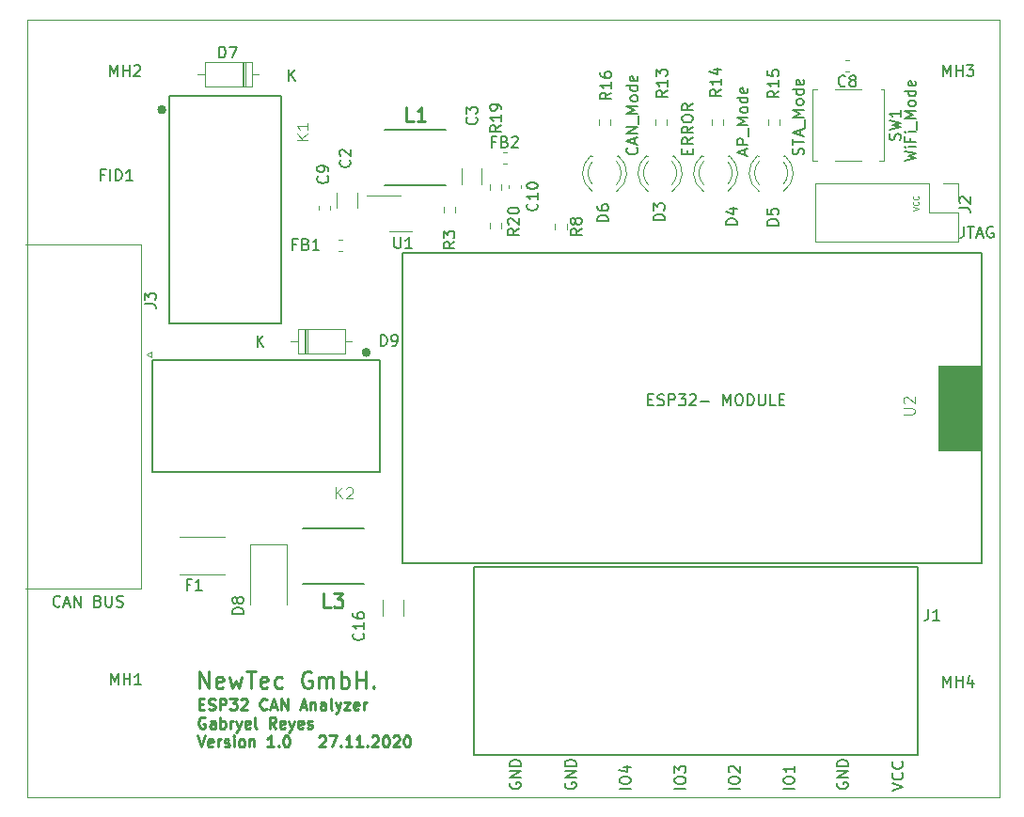
<source format=gbr>
%TF.GenerationSoftware,KiCad,Pcbnew,(5.1.6)-1*%
%TF.CreationDate,2020-12-01T15:16:14+01:00*%
%TF.ProjectId,Board,426f6172-642e-46b6-9963-61645f706362,rev?*%
%TF.SameCoordinates,PX253b400PY7a67730*%
%TF.FileFunction,Legend,Top*%
%TF.FilePolarity,Positive*%
%FSLAX46Y46*%
G04 Gerber Fmt 4.6, Leading zero omitted, Abs format (unit mm)*
G04 Created by KiCad (PCBNEW (5.1.6)-1) date 2020-12-01 15:16:14*
%MOMM*%
%LPD*%
G01*
G04 APERTURE LIST*
%ADD10C,0.150000*%
%ADD11C,0.100000*%
%ADD12C,0.250000*%
%TA.AperFunction,Profile*%
%ADD13C,0.050000*%
%TD*%
%ADD14C,0.120000*%
%ADD15C,0.127000*%
%ADD16C,0.152400*%
%ADD17C,0.400000*%
%ADD18C,0.200000*%
%ADD19C,0.015000*%
%ADD20C,0.254000*%
G04 APERTURE END LIST*
D10*
X2936190Y17232858D02*
X2888571Y17185239D01*
X2745714Y17137620D01*
X2650476Y17137620D01*
X2507619Y17185239D01*
X2412380Y17280477D01*
X2364761Y17375715D01*
X2317142Y17566191D01*
X2317142Y17709048D01*
X2364761Y17899524D01*
X2412380Y17994762D01*
X2507619Y18090000D01*
X2650476Y18137620D01*
X2745714Y18137620D01*
X2888571Y18090000D01*
X2936190Y18042381D01*
X3317142Y17423334D02*
X3793333Y17423334D01*
X3221904Y17137620D02*
X3555238Y18137620D01*
X3888571Y17137620D01*
X4221904Y17137620D02*
X4221904Y18137620D01*
X4793333Y17137620D01*
X4793333Y18137620D01*
X6364761Y17661429D02*
X6507619Y17613810D01*
X6555238Y17566191D01*
X6602857Y17470953D01*
X6602857Y17328096D01*
X6555238Y17232858D01*
X6507619Y17185239D01*
X6412380Y17137620D01*
X6031428Y17137620D01*
X6031428Y18137620D01*
X6364761Y18137620D01*
X6460000Y18090000D01*
X6507619Y18042381D01*
X6555238Y17947143D01*
X6555238Y17851905D01*
X6507619Y17756667D01*
X6460000Y17709048D01*
X6364761Y17661429D01*
X6031428Y17661429D01*
X7031428Y18137620D02*
X7031428Y17328096D01*
X7079047Y17232858D01*
X7126666Y17185239D01*
X7221904Y17137620D01*
X7412380Y17137620D01*
X7507619Y17185239D01*
X7555238Y17232858D01*
X7602857Y17328096D01*
X7602857Y18137620D01*
X8031428Y17185239D02*
X8174285Y17137620D01*
X8412380Y17137620D01*
X8507619Y17185239D01*
X8555238Y17232858D01*
X8602857Y17328096D01*
X8602857Y17423334D01*
X8555238Y17518572D01*
X8507619Y17566191D01*
X8412380Y17613810D01*
X8221904Y17661429D01*
X8126666Y17709048D01*
X8079047Y17756667D01*
X8031428Y17851905D01*
X8031428Y17947143D01*
X8079047Y18042381D01*
X8126666Y18090000D01*
X8221904Y18137620D01*
X8460000Y18137620D01*
X8602857Y18090000D01*
X78992380Y57340953D02*
X79992380Y57579048D01*
X79278095Y57769524D01*
X79992380Y57960000D01*
X78992380Y58198096D01*
X79992380Y58579048D02*
X79325714Y58579048D01*
X78992380Y58579048D02*
X79040000Y58531429D01*
X79087619Y58579048D01*
X79040000Y58626667D01*
X78992380Y58579048D01*
X79087619Y58579048D01*
X79468571Y59388572D02*
X79468571Y59055239D01*
X79992380Y59055239D02*
X78992380Y59055239D01*
X78992380Y59531429D01*
X79992380Y59912381D02*
X79325714Y59912381D01*
X78992380Y59912381D02*
X79040000Y59864762D01*
X79087619Y59912381D01*
X79040000Y59960000D01*
X78992380Y59912381D01*
X79087619Y59912381D01*
X80087619Y60150477D02*
X80087619Y60912381D01*
X79992380Y61150477D02*
X78992380Y61150477D01*
X79706666Y61483810D01*
X78992380Y61817143D01*
X79992380Y61817143D01*
X79992380Y62436191D02*
X79944761Y62340953D01*
X79897142Y62293334D01*
X79801904Y62245715D01*
X79516190Y62245715D01*
X79420952Y62293334D01*
X79373333Y62340953D01*
X79325714Y62436191D01*
X79325714Y62579048D01*
X79373333Y62674286D01*
X79420952Y62721905D01*
X79516190Y62769524D01*
X79801904Y62769524D01*
X79897142Y62721905D01*
X79944761Y62674286D01*
X79992380Y62579048D01*
X79992380Y62436191D01*
X79992380Y63626667D02*
X78992380Y63626667D01*
X79944761Y63626667D02*
X79992380Y63531429D01*
X79992380Y63340953D01*
X79944761Y63245715D01*
X79897142Y63198096D01*
X79801904Y63150477D01*
X79516190Y63150477D01*
X79420952Y63198096D01*
X79373333Y63245715D01*
X79325714Y63340953D01*
X79325714Y63531429D01*
X79373333Y63626667D01*
X79944761Y64483810D02*
X79992380Y64388572D01*
X79992380Y64198096D01*
X79944761Y64102858D01*
X79849523Y64055239D01*
X79468571Y64055239D01*
X79373333Y64102858D01*
X79325714Y64198096D01*
X79325714Y64388572D01*
X79373333Y64483810D01*
X79468571Y64531429D01*
X79563809Y64531429D01*
X79659047Y64055239D01*
X43480000Y1293334D02*
X43432380Y1198096D01*
X43432380Y1055238D01*
X43480000Y912381D01*
X43575238Y817143D01*
X43670476Y769524D01*
X43860952Y721905D01*
X44003809Y721905D01*
X44194285Y769524D01*
X44289523Y817143D01*
X44384761Y912381D01*
X44432380Y1055238D01*
X44432380Y1150477D01*
X44384761Y1293334D01*
X44337142Y1340953D01*
X44003809Y1340953D01*
X44003809Y1150477D01*
X44432380Y1769524D02*
X43432380Y1769524D01*
X44432380Y2340953D01*
X43432380Y2340953D01*
X44432380Y2817143D02*
X43432380Y2817143D01*
X43432380Y3055238D01*
X43480000Y3198096D01*
X43575238Y3293334D01*
X43670476Y3340953D01*
X43860952Y3388572D01*
X44003809Y3388572D01*
X44194285Y3340953D01*
X44289523Y3293334D01*
X44384761Y3198096D01*
X44432380Y3055238D01*
X44432380Y2817143D01*
X48440000Y1293334D02*
X48392380Y1198096D01*
X48392380Y1055238D01*
X48440000Y912381D01*
X48535238Y817143D01*
X48630476Y769524D01*
X48820952Y721905D01*
X48963809Y721905D01*
X49154285Y769524D01*
X49249523Y817143D01*
X49344761Y912381D01*
X49392380Y1055238D01*
X49392380Y1150477D01*
X49344761Y1293334D01*
X49297142Y1340953D01*
X48963809Y1340953D01*
X48963809Y1150477D01*
X49392380Y1769524D02*
X48392380Y1769524D01*
X49392380Y2340953D01*
X48392380Y2340953D01*
X49392380Y2817143D02*
X48392380Y2817143D01*
X48392380Y3055238D01*
X48440000Y3198096D01*
X48535238Y3293334D01*
X48630476Y3340953D01*
X48820952Y3388572D01*
X48963809Y3388572D01*
X49154285Y3340953D01*
X49249523Y3293334D01*
X49344761Y3198096D01*
X49392380Y3055238D01*
X49392380Y2817143D01*
X54312380Y769524D02*
X53312380Y769524D01*
X53312380Y1436191D02*
X53312380Y1626667D01*
X53360000Y1721905D01*
X53455238Y1817144D01*
X53645714Y1864763D01*
X53979047Y1864763D01*
X54169523Y1817144D01*
X54264761Y1721905D01*
X54312380Y1626667D01*
X54312380Y1436191D01*
X54264761Y1340953D01*
X54169523Y1245715D01*
X53979047Y1198096D01*
X53645714Y1198096D01*
X53455238Y1245715D01*
X53360000Y1340953D01*
X53312380Y1436191D01*
X53645714Y2721905D02*
X54312380Y2721905D01*
X53264761Y2483810D02*
X53979047Y2245715D01*
X53979047Y2864763D01*
X59272380Y769524D02*
X58272380Y769524D01*
X58272380Y1436191D02*
X58272380Y1626667D01*
X58320000Y1721905D01*
X58415238Y1817144D01*
X58605714Y1864763D01*
X58939047Y1864763D01*
X59129523Y1817144D01*
X59224761Y1721905D01*
X59272380Y1626667D01*
X59272380Y1436191D01*
X59224761Y1340953D01*
X59129523Y1245715D01*
X58939047Y1198096D01*
X58605714Y1198096D01*
X58415238Y1245715D01*
X58320000Y1340953D01*
X58272380Y1436191D01*
X58272380Y2198096D02*
X58272380Y2817144D01*
X58653333Y2483810D01*
X58653333Y2626667D01*
X58700952Y2721905D01*
X58748571Y2769524D01*
X58843809Y2817144D01*
X59081904Y2817144D01*
X59177142Y2769524D01*
X59224761Y2721905D01*
X59272380Y2626667D01*
X59272380Y2340953D01*
X59224761Y2245715D01*
X59177142Y2198096D01*
X64132380Y769524D02*
X63132380Y769524D01*
X63132380Y1436191D02*
X63132380Y1626667D01*
X63180000Y1721905D01*
X63275238Y1817144D01*
X63465714Y1864763D01*
X63799047Y1864763D01*
X63989523Y1817144D01*
X64084761Y1721905D01*
X64132380Y1626667D01*
X64132380Y1436191D01*
X64084761Y1340953D01*
X63989523Y1245715D01*
X63799047Y1198096D01*
X63465714Y1198096D01*
X63275238Y1245715D01*
X63180000Y1340953D01*
X63132380Y1436191D01*
X63227619Y2245715D02*
X63180000Y2293334D01*
X63132380Y2388572D01*
X63132380Y2626667D01*
X63180000Y2721905D01*
X63227619Y2769524D01*
X63322857Y2817144D01*
X63418095Y2817144D01*
X63560952Y2769524D01*
X64132380Y2198096D01*
X64132380Y2817144D01*
X69052380Y769524D02*
X68052380Y769524D01*
X68052380Y1436191D02*
X68052380Y1626667D01*
X68100000Y1721905D01*
X68195238Y1817144D01*
X68385714Y1864763D01*
X68719047Y1864763D01*
X68909523Y1817144D01*
X69004761Y1721905D01*
X69052380Y1626667D01*
X69052380Y1436191D01*
X69004761Y1340953D01*
X68909523Y1245715D01*
X68719047Y1198096D01*
X68385714Y1198096D01*
X68195238Y1245715D01*
X68100000Y1340953D01*
X68052380Y1436191D01*
X69052380Y2817144D02*
X69052380Y2245715D01*
X69052380Y2531429D02*
X68052380Y2531429D01*
X68195238Y2436191D01*
X68290476Y2340953D01*
X68338095Y2245715D01*
X72920000Y1293334D02*
X72872380Y1198096D01*
X72872380Y1055238D01*
X72920000Y912381D01*
X73015238Y817143D01*
X73110476Y769524D01*
X73300952Y721905D01*
X73443809Y721905D01*
X73634285Y769524D01*
X73729523Y817143D01*
X73824761Y912381D01*
X73872380Y1055238D01*
X73872380Y1150477D01*
X73824761Y1293334D01*
X73777142Y1340953D01*
X73443809Y1340953D01*
X73443809Y1150477D01*
X73872380Y1769524D02*
X72872380Y1769524D01*
X73872380Y2340953D01*
X72872380Y2340953D01*
X73872380Y2817143D02*
X72872380Y2817143D01*
X72872380Y3055238D01*
X72920000Y3198096D01*
X73015238Y3293334D01*
X73110476Y3340953D01*
X73300952Y3388572D01*
X73443809Y3388572D01*
X73634285Y3340953D01*
X73729523Y3293334D01*
X73824761Y3198096D01*
X73872380Y3055238D01*
X73872380Y2817143D01*
X77832380Y626667D02*
X78832380Y960000D01*
X77832380Y1293334D01*
X78737142Y2198096D02*
X78784761Y2150477D01*
X78832380Y2007620D01*
X78832380Y1912381D01*
X78784761Y1769524D01*
X78689523Y1674286D01*
X78594285Y1626667D01*
X78403809Y1579048D01*
X78260952Y1579048D01*
X78070476Y1626667D01*
X77975238Y1674286D01*
X77880000Y1769524D01*
X77832380Y1912381D01*
X77832380Y2007620D01*
X77880000Y2150477D01*
X77927619Y2198096D01*
X78737142Y3198096D02*
X78784761Y3150477D01*
X78832380Y3007620D01*
X78832380Y2912381D01*
X78784761Y2769524D01*
X78689523Y2674286D01*
X78594285Y2626667D01*
X78403809Y2579048D01*
X78260952Y2579048D01*
X78070476Y2626667D01*
X77975238Y2674286D01*
X77880000Y2769524D01*
X77832380Y2912381D01*
X77832380Y3007620D01*
X77880000Y3150477D01*
X77927619Y3198096D01*
X69844761Y57874286D02*
X69892380Y58017143D01*
X69892380Y58255238D01*
X69844761Y58350477D01*
X69797142Y58398096D01*
X69701904Y58445715D01*
X69606666Y58445715D01*
X69511428Y58398096D01*
X69463809Y58350477D01*
X69416190Y58255238D01*
X69368571Y58064762D01*
X69320952Y57969524D01*
X69273333Y57921905D01*
X69178095Y57874286D01*
X69082857Y57874286D01*
X68987619Y57921905D01*
X68940000Y57969524D01*
X68892380Y58064762D01*
X68892380Y58302858D01*
X68940000Y58445715D01*
X68892380Y58731429D02*
X68892380Y59302858D01*
X69892380Y59017143D02*
X68892380Y59017143D01*
X69606666Y59588572D02*
X69606666Y60064762D01*
X69892380Y59493334D02*
X68892380Y59826667D01*
X69892380Y60160000D01*
X69987619Y60255238D02*
X69987619Y61017143D01*
X69892380Y61255238D02*
X68892380Y61255238D01*
X69606666Y61588572D01*
X68892380Y61921905D01*
X69892380Y61921905D01*
X69892380Y62540953D02*
X69844761Y62445715D01*
X69797142Y62398096D01*
X69701904Y62350477D01*
X69416190Y62350477D01*
X69320952Y62398096D01*
X69273333Y62445715D01*
X69225714Y62540953D01*
X69225714Y62683810D01*
X69273333Y62779048D01*
X69320952Y62826667D01*
X69416190Y62874286D01*
X69701904Y62874286D01*
X69797142Y62826667D01*
X69844761Y62779048D01*
X69892380Y62683810D01*
X69892380Y62540953D01*
X69892380Y63731429D02*
X68892380Y63731429D01*
X69844761Y63731429D02*
X69892380Y63636191D01*
X69892380Y63445715D01*
X69844761Y63350477D01*
X69797142Y63302858D01*
X69701904Y63255238D01*
X69416190Y63255238D01*
X69320952Y63302858D01*
X69273333Y63350477D01*
X69225714Y63445715D01*
X69225714Y63636191D01*
X69273333Y63731429D01*
X69844761Y64588572D02*
X69892380Y64493334D01*
X69892380Y64302858D01*
X69844761Y64207619D01*
X69749523Y64160000D01*
X69368571Y64160000D01*
X69273333Y64207619D01*
X69225714Y64302858D01*
X69225714Y64493334D01*
X69273333Y64588572D01*
X69368571Y64636191D01*
X69463809Y64636191D01*
X69559047Y64160000D01*
X64576666Y57874286D02*
X64576666Y58350476D01*
X64862380Y57779048D02*
X63862380Y58112381D01*
X64862380Y58445715D01*
X64862380Y58779048D02*
X63862380Y58779048D01*
X63862380Y59160000D01*
X63910000Y59255238D01*
X63957619Y59302857D01*
X64052857Y59350476D01*
X64195714Y59350476D01*
X64290952Y59302857D01*
X64338571Y59255238D01*
X64386190Y59160000D01*
X64386190Y58779048D01*
X64957619Y59540953D02*
X64957619Y60302857D01*
X64862380Y60540953D02*
X63862380Y60540953D01*
X64576666Y60874286D01*
X63862380Y61207619D01*
X64862380Y61207619D01*
X64862380Y61826667D02*
X64814761Y61731429D01*
X64767142Y61683810D01*
X64671904Y61636191D01*
X64386190Y61636191D01*
X64290952Y61683810D01*
X64243333Y61731429D01*
X64195714Y61826667D01*
X64195714Y61969524D01*
X64243333Y62064762D01*
X64290952Y62112381D01*
X64386190Y62160000D01*
X64671904Y62160000D01*
X64767142Y62112381D01*
X64814761Y62064762D01*
X64862380Y61969524D01*
X64862380Y61826667D01*
X64862380Y63017143D02*
X63862380Y63017143D01*
X64814761Y63017143D02*
X64862380Y62921905D01*
X64862380Y62731429D01*
X64814761Y62636191D01*
X64767142Y62588572D01*
X64671904Y62540953D01*
X64386190Y62540953D01*
X64290952Y62588572D01*
X64243333Y62636191D01*
X64195714Y62731429D01*
X64195714Y62921905D01*
X64243333Y63017143D01*
X64814761Y63874286D02*
X64862380Y63779048D01*
X64862380Y63588572D01*
X64814761Y63493334D01*
X64719523Y63445715D01*
X64338571Y63445715D01*
X64243333Y63493334D01*
X64195714Y63588572D01*
X64195714Y63779048D01*
X64243333Y63874286D01*
X64338571Y63921905D01*
X64433809Y63921905D01*
X64529047Y63445715D01*
X59398571Y57921905D02*
X59398571Y58255239D01*
X59922380Y58398096D02*
X59922380Y57921905D01*
X58922380Y57921905D01*
X58922380Y58398096D01*
X59922380Y59398096D02*
X59446190Y59064762D01*
X59922380Y58826667D02*
X58922380Y58826667D01*
X58922380Y59207620D01*
X58970000Y59302858D01*
X59017619Y59350477D01*
X59112857Y59398096D01*
X59255714Y59398096D01*
X59350952Y59350477D01*
X59398571Y59302858D01*
X59446190Y59207620D01*
X59446190Y58826667D01*
X59922380Y60398096D02*
X59446190Y60064762D01*
X59922380Y59826667D02*
X58922380Y59826667D01*
X58922380Y60207620D01*
X58970000Y60302858D01*
X59017619Y60350477D01*
X59112857Y60398096D01*
X59255714Y60398096D01*
X59350952Y60350477D01*
X59398571Y60302858D01*
X59446190Y60207620D01*
X59446190Y59826667D01*
X58922380Y61017143D02*
X58922380Y61207620D01*
X58970000Y61302858D01*
X59065238Y61398096D01*
X59255714Y61445715D01*
X59589047Y61445715D01*
X59779523Y61398096D01*
X59874761Y61302858D01*
X59922380Y61207620D01*
X59922380Y61017143D01*
X59874761Y60921905D01*
X59779523Y60826667D01*
X59589047Y60779048D01*
X59255714Y60779048D01*
X59065238Y60826667D01*
X58970000Y60921905D01*
X58922380Y61017143D01*
X59922380Y62445715D02*
X59446190Y62112381D01*
X59922380Y61874286D02*
X58922380Y61874286D01*
X58922380Y62255239D01*
X58970000Y62350477D01*
X59017619Y62398096D01*
X59112857Y62445715D01*
X59255714Y62445715D01*
X59350952Y62398096D01*
X59398571Y62350477D01*
X59446190Y62255239D01*
X59446190Y61874286D01*
X54857142Y58493334D02*
X54904761Y58445715D01*
X54952380Y58302858D01*
X54952380Y58207620D01*
X54904761Y58064763D01*
X54809523Y57969525D01*
X54714285Y57921905D01*
X54523809Y57874286D01*
X54380952Y57874286D01*
X54190476Y57921905D01*
X54095238Y57969525D01*
X54000000Y58064763D01*
X53952380Y58207620D01*
X53952380Y58302858D01*
X54000000Y58445715D01*
X54047619Y58493334D01*
X54666666Y58874286D02*
X54666666Y59350477D01*
X54952380Y58779048D02*
X53952380Y59112382D01*
X54952380Y59445715D01*
X54952380Y59779048D02*
X53952380Y59779048D01*
X54952380Y60350477D01*
X53952380Y60350477D01*
X55047619Y60588572D02*
X55047619Y61350477D01*
X54952380Y61588572D02*
X53952380Y61588572D01*
X54666666Y61921905D01*
X53952380Y62255239D01*
X54952380Y62255239D01*
X54952380Y62874286D02*
X54904761Y62779048D01*
X54857142Y62731429D01*
X54761904Y62683810D01*
X54476190Y62683810D01*
X54380952Y62731429D01*
X54333333Y62779048D01*
X54285714Y62874286D01*
X54285714Y63017144D01*
X54333333Y63112382D01*
X54380952Y63160001D01*
X54476190Y63207620D01*
X54761904Y63207620D01*
X54857142Y63160001D01*
X54904761Y63112382D01*
X54952380Y63017144D01*
X54952380Y62874286D01*
X54952380Y64064763D02*
X53952380Y64064763D01*
X54904761Y64064763D02*
X54952380Y63969525D01*
X54952380Y63779048D01*
X54904761Y63683810D01*
X54857142Y63636191D01*
X54761904Y63588572D01*
X54476190Y63588572D01*
X54380952Y63636191D01*
X54333333Y63683810D01*
X54285714Y63779048D01*
X54285714Y63969525D01*
X54333333Y64064763D01*
X54904761Y64921905D02*
X54952380Y64826667D01*
X54952380Y64636191D01*
X54904761Y64540953D01*
X54809523Y64493334D01*
X54428571Y64493334D01*
X54333333Y64540953D01*
X54285714Y64636191D01*
X54285714Y64826667D01*
X54333333Y64921905D01*
X54428571Y64969525D01*
X54523809Y64969525D01*
X54619047Y64493334D01*
D11*
X79726190Y52833334D02*
X80226190Y53000000D01*
X79726190Y53166667D01*
X80178571Y53619048D02*
X80202380Y53595239D01*
X80226190Y53523810D01*
X80226190Y53476191D01*
X80202380Y53404762D01*
X80154761Y53357143D01*
X80107142Y53333334D01*
X80011904Y53309524D01*
X79940476Y53309524D01*
X79845238Y53333334D01*
X79797619Y53357143D01*
X79750000Y53404762D01*
X79726190Y53476191D01*
X79726190Y53523810D01*
X79750000Y53595239D01*
X79773809Y53619048D01*
X80178571Y54119048D02*
X80202380Y54095239D01*
X80226190Y54023810D01*
X80226190Y53976191D01*
X80202380Y53904762D01*
X80154761Y53857143D01*
X80107142Y53833334D01*
X80011904Y53809524D01*
X79940476Y53809524D01*
X79845238Y53833334D01*
X79797619Y53857143D01*
X79750000Y53904762D01*
X79726190Y53976191D01*
X79726190Y54023810D01*
X79750000Y54095239D01*
X79773809Y54119048D01*
D10*
X84313333Y51407620D02*
X84313333Y50693334D01*
X84265714Y50550477D01*
X84170476Y50455239D01*
X84027619Y50407620D01*
X83932380Y50407620D01*
X84646666Y51407620D02*
X85218095Y51407620D01*
X84932380Y50407620D02*
X84932380Y51407620D01*
X85503809Y50693334D02*
X85980000Y50693334D01*
X85408571Y50407620D02*
X85741904Y51407620D01*
X86075238Y50407620D01*
X86932380Y51360000D02*
X86837142Y51407620D01*
X86694285Y51407620D01*
X86551428Y51360000D01*
X86456190Y51264762D01*
X86408571Y51169524D01*
X86360952Y50979048D01*
X86360952Y50836191D01*
X86408571Y50645715D01*
X86456190Y50550477D01*
X86551428Y50455239D01*
X86694285Y50407620D01*
X86789523Y50407620D01*
X86932380Y50455239D01*
X86980000Y50502858D01*
X86980000Y50836191D01*
X86789523Y50836191D01*
X55880952Y35821429D02*
X56214285Y35821429D01*
X56357142Y35297620D02*
X55880952Y35297620D01*
X55880952Y36297620D01*
X56357142Y36297620D01*
X56738095Y35345239D02*
X56880952Y35297620D01*
X57119047Y35297620D01*
X57214285Y35345239D01*
X57261904Y35392858D01*
X57309523Y35488096D01*
X57309523Y35583334D01*
X57261904Y35678572D01*
X57214285Y35726191D01*
X57119047Y35773810D01*
X56928571Y35821429D01*
X56833333Y35869048D01*
X56785714Y35916667D01*
X56738095Y36011905D01*
X56738095Y36107143D01*
X56785714Y36202381D01*
X56833333Y36250000D01*
X56928571Y36297620D01*
X57166666Y36297620D01*
X57309523Y36250000D01*
X57738095Y35297620D02*
X57738095Y36297620D01*
X58119047Y36297620D01*
X58214285Y36250000D01*
X58261904Y36202381D01*
X58309523Y36107143D01*
X58309523Y35964286D01*
X58261904Y35869048D01*
X58214285Y35821429D01*
X58119047Y35773810D01*
X57738095Y35773810D01*
X58642857Y36297620D02*
X59261904Y36297620D01*
X58928571Y35916667D01*
X59071428Y35916667D01*
X59166666Y35869048D01*
X59214285Y35821429D01*
X59261904Y35726191D01*
X59261904Y35488096D01*
X59214285Y35392858D01*
X59166666Y35345239D01*
X59071428Y35297620D01*
X58785714Y35297620D01*
X58690476Y35345239D01*
X58642857Y35392858D01*
X59642857Y36202381D02*
X59690476Y36250000D01*
X59785714Y36297620D01*
X60023809Y36297620D01*
X60119047Y36250000D01*
X60166666Y36202381D01*
X60214285Y36107143D01*
X60214285Y36011905D01*
X60166666Y35869048D01*
X59595238Y35297620D01*
X60214285Y35297620D01*
X60642857Y35678572D02*
X61404761Y35678572D01*
X62642857Y35297620D02*
X62642857Y36297620D01*
X62976190Y35583334D01*
X63309523Y36297620D01*
X63309523Y35297620D01*
X63976190Y36297620D02*
X64166666Y36297620D01*
X64261904Y36250000D01*
X64357142Y36154762D01*
X64404761Y35964286D01*
X64404761Y35630953D01*
X64357142Y35440477D01*
X64261904Y35345239D01*
X64166666Y35297620D01*
X63976190Y35297620D01*
X63880952Y35345239D01*
X63785714Y35440477D01*
X63738095Y35630953D01*
X63738095Y35964286D01*
X63785714Y36154762D01*
X63880952Y36250000D01*
X63976190Y36297620D01*
X64833333Y35297620D02*
X64833333Y36297620D01*
X65071428Y36297620D01*
X65214285Y36250000D01*
X65309523Y36154762D01*
X65357142Y36059524D01*
X65404761Y35869048D01*
X65404761Y35726191D01*
X65357142Y35535715D01*
X65309523Y35440477D01*
X65214285Y35345239D01*
X65071428Y35297620D01*
X64833333Y35297620D01*
X65833333Y36297620D02*
X65833333Y35488096D01*
X65880952Y35392858D01*
X65928571Y35345239D01*
X66023809Y35297620D01*
X66214285Y35297620D01*
X66309523Y35345239D01*
X66357142Y35392858D01*
X66404761Y35488096D01*
X66404761Y36297620D01*
X67357142Y35297620D02*
X66880952Y35297620D01*
X66880952Y36297620D01*
X67690476Y35821429D02*
X68023809Y35821429D01*
X68166666Y35297620D02*
X67690476Y35297620D01*
X67690476Y36297620D01*
X68166666Y36297620D01*
D12*
X15309523Y5547620D02*
X15642856Y4547620D01*
X15976190Y5547620D01*
X16690475Y4595239D02*
X16595237Y4547620D01*
X16404761Y4547620D01*
X16309523Y4595239D01*
X16261904Y4690477D01*
X16261904Y5071429D01*
X16309523Y5166667D01*
X16404761Y5214286D01*
X16595237Y5214286D01*
X16690475Y5166667D01*
X16738094Y5071429D01*
X16738094Y4976191D01*
X16261904Y4880953D01*
X17166666Y4547620D02*
X17166666Y5214286D01*
X17166666Y5023810D02*
X17214285Y5119048D01*
X17261904Y5166667D01*
X17357142Y5214286D01*
X17452380Y5214286D01*
X17738094Y4595239D02*
X17833332Y4547620D01*
X18023809Y4547620D01*
X18119047Y4595239D01*
X18166666Y4690477D01*
X18166666Y4738096D01*
X18119047Y4833334D01*
X18023809Y4880953D01*
X17880951Y4880953D01*
X17785713Y4928572D01*
X17738094Y5023810D01*
X17738094Y5071429D01*
X17785713Y5166667D01*
X17880951Y5214286D01*
X18023809Y5214286D01*
X18119047Y5166667D01*
X18595237Y4547620D02*
X18595237Y5214286D01*
X18595237Y5547620D02*
X18547618Y5500000D01*
X18595237Y5452381D01*
X18642856Y5500000D01*
X18595237Y5547620D01*
X18595237Y5452381D01*
X19214285Y4547620D02*
X19119047Y4595239D01*
X19071428Y4642858D01*
X19023809Y4738096D01*
X19023809Y5023810D01*
X19071428Y5119048D01*
X19119047Y5166667D01*
X19214285Y5214286D01*
X19357142Y5214286D01*
X19452380Y5166667D01*
X19499999Y5119048D01*
X19547618Y5023810D01*
X19547618Y4738096D01*
X19499999Y4642858D01*
X19452380Y4595239D01*
X19357142Y4547620D01*
X19214285Y4547620D01*
X19976190Y5214286D02*
X19976190Y4547620D01*
X19976190Y5119048D02*
X20023809Y5166667D01*
X20119047Y5214286D01*
X20261904Y5214286D01*
X20357142Y5166667D01*
X20404761Y5071429D01*
X20404761Y4547620D01*
X22166666Y4547620D02*
X21595237Y4547620D01*
X21880951Y4547620D02*
X21880951Y5547620D01*
X21785713Y5404762D01*
X21690475Y5309524D01*
X21595237Y5261905D01*
X22595237Y4642858D02*
X22642856Y4595239D01*
X22595237Y4547620D01*
X22547618Y4595239D01*
X22595237Y4642858D01*
X22595237Y4547620D01*
X23261904Y5547620D02*
X23357142Y5547620D01*
X23452380Y5500000D01*
X23499999Y5452381D01*
X23547618Y5357143D01*
X23595237Y5166667D01*
X23595237Y4928572D01*
X23547618Y4738096D01*
X23499999Y4642858D01*
X23452380Y4595239D01*
X23357142Y4547620D01*
X23261904Y4547620D01*
X23166666Y4595239D01*
X23119047Y4642858D01*
X23071428Y4738096D01*
X23023809Y4928572D01*
X23023809Y5166667D01*
X23071428Y5357143D01*
X23119047Y5452381D01*
X23166666Y5500000D01*
X23261904Y5547620D01*
X26261904Y5452381D02*
X26309523Y5500000D01*
X26404761Y5547620D01*
X26642856Y5547620D01*
X26738094Y5500000D01*
X26785713Y5452381D01*
X26833332Y5357143D01*
X26833332Y5261905D01*
X26785713Y5119048D01*
X26214285Y4547620D01*
X26833332Y4547620D01*
X27166666Y5547620D02*
X27833332Y5547620D01*
X27404761Y4547620D01*
X28214285Y4642858D02*
X28261904Y4595239D01*
X28214285Y4547620D01*
X28166666Y4595239D01*
X28214285Y4642858D01*
X28214285Y4547620D01*
X29214285Y4547620D02*
X28642856Y4547620D01*
X28928571Y4547620D02*
X28928571Y5547620D01*
X28833332Y5404762D01*
X28738094Y5309524D01*
X28642856Y5261905D01*
X30166666Y4547620D02*
X29595237Y4547620D01*
X29880951Y4547620D02*
X29880951Y5547620D01*
X29785713Y5404762D01*
X29690475Y5309524D01*
X29595237Y5261905D01*
X30595237Y4642858D02*
X30642856Y4595239D01*
X30595237Y4547620D01*
X30547618Y4595239D01*
X30595237Y4642858D01*
X30595237Y4547620D01*
X31023809Y5452381D02*
X31071428Y5500000D01*
X31166666Y5547620D01*
X31404761Y5547620D01*
X31499999Y5500000D01*
X31547618Y5452381D01*
X31595237Y5357143D01*
X31595237Y5261905D01*
X31547618Y5119048D01*
X30976190Y4547620D01*
X31595237Y4547620D01*
X32214285Y5547620D02*
X32309523Y5547620D01*
X32404761Y5500000D01*
X32452380Y5452381D01*
X32499999Y5357143D01*
X32547618Y5166667D01*
X32547618Y4928572D01*
X32499999Y4738096D01*
X32452380Y4642858D01*
X32404761Y4595239D01*
X32309523Y4547620D01*
X32214285Y4547620D01*
X32119047Y4595239D01*
X32071428Y4642858D01*
X32023809Y4738096D01*
X31976190Y4928572D01*
X31976190Y5166667D01*
X32023809Y5357143D01*
X32071428Y5452381D01*
X32119047Y5500000D01*
X32214285Y5547620D01*
X32928570Y5452381D02*
X32976190Y5500000D01*
X33071428Y5547620D01*
X33309523Y5547620D01*
X33404761Y5500000D01*
X33452380Y5452381D01*
X33499999Y5357143D01*
X33499999Y5261905D01*
X33452380Y5119048D01*
X32880951Y4547620D01*
X33499999Y4547620D01*
X34119047Y5547620D02*
X34214285Y5547620D01*
X34309523Y5500000D01*
X34357142Y5452381D01*
X34404761Y5357143D01*
X34452380Y5166667D01*
X34452380Y4928572D01*
X34404761Y4738096D01*
X34357142Y4642858D01*
X34309523Y4595239D01*
X34214285Y4547620D01*
X34119047Y4547620D01*
X34023809Y4595239D01*
X33976190Y4642858D01*
X33928570Y4738096D01*
X33880951Y4928572D01*
X33880951Y5166667D01*
X33928570Y5357143D01*
X33976190Y5452381D01*
X34023809Y5500000D01*
X34119047Y5547620D01*
X15452380Y8403096D02*
X15785713Y8403096D01*
X15928571Y7879287D02*
X15452380Y7879287D01*
X15452380Y8879287D01*
X15928571Y8879287D01*
X16309523Y7926906D02*
X16452380Y7879287D01*
X16690475Y7879287D01*
X16785713Y7926906D01*
X16833332Y7974525D01*
X16880951Y8069763D01*
X16880951Y8165001D01*
X16833332Y8260239D01*
X16785713Y8307858D01*
X16690475Y8355477D01*
X16499999Y8403096D01*
X16404761Y8450715D01*
X16357142Y8498334D01*
X16309523Y8593572D01*
X16309523Y8688810D01*
X16357142Y8784048D01*
X16404761Y8831667D01*
X16499999Y8879287D01*
X16738094Y8879287D01*
X16880951Y8831667D01*
X17309523Y7879287D02*
X17309523Y8879287D01*
X17690475Y8879287D01*
X17785713Y8831667D01*
X17833332Y8784048D01*
X17880951Y8688810D01*
X17880951Y8545953D01*
X17833332Y8450715D01*
X17785713Y8403096D01*
X17690475Y8355477D01*
X17309523Y8355477D01*
X18214285Y8879287D02*
X18833332Y8879287D01*
X18499999Y8498334D01*
X18642856Y8498334D01*
X18738094Y8450715D01*
X18785713Y8403096D01*
X18833332Y8307858D01*
X18833332Y8069763D01*
X18785713Y7974525D01*
X18738094Y7926906D01*
X18642856Y7879287D01*
X18357142Y7879287D01*
X18261904Y7926906D01*
X18214285Y7974525D01*
X19214285Y8784048D02*
X19261904Y8831667D01*
X19357142Y8879287D01*
X19595237Y8879287D01*
X19690475Y8831667D01*
X19738094Y8784048D01*
X19785713Y8688810D01*
X19785713Y8593572D01*
X19738094Y8450715D01*
X19166666Y7879287D01*
X19785713Y7879287D01*
X21547618Y7974525D02*
X21499999Y7926906D01*
X21357142Y7879287D01*
X21261904Y7879287D01*
X21119047Y7926906D01*
X21023809Y8022144D01*
X20976190Y8117382D01*
X20928571Y8307858D01*
X20928571Y8450715D01*
X20976190Y8641191D01*
X21023809Y8736429D01*
X21119047Y8831667D01*
X21261904Y8879287D01*
X21357142Y8879287D01*
X21499999Y8831667D01*
X21547618Y8784048D01*
X21928571Y8165001D02*
X22404761Y8165001D01*
X21833332Y7879287D02*
X22166666Y8879287D01*
X22499999Y7879287D01*
X22833332Y7879287D02*
X22833332Y8879287D01*
X23404761Y7879287D01*
X23404761Y8879287D01*
X24595237Y8165001D02*
X25071428Y8165001D01*
X24499999Y7879287D02*
X24833332Y8879287D01*
X25166666Y7879287D01*
X25499999Y8545953D02*
X25499999Y7879287D01*
X25499999Y8450715D02*
X25547618Y8498334D01*
X25642856Y8545953D01*
X25785713Y8545953D01*
X25880951Y8498334D01*
X25928570Y8403096D01*
X25928570Y7879287D01*
X26833332Y7879287D02*
X26833332Y8403096D01*
X26785713Y8498334D01*
X26690475Y8545953D01*
X26499999Y8545953D01*
X26404761Y8498334D01*
X26833332Y7926906D02*
X26738094Y7879287D01*
X26499999Y7879287D01*
X26404761Y7926906D01*
X26357142Y8022144D01*
X26357142Y8117382D01*
X26404761Y8212620D01*
X26499999Y8260239D01*
X26738094Y8260239D01*
X26833332Y8307858D01*
X27452380Y7879287D02*
X27357142Y7926906D01*
X27309523Y8022144D01*
X27309523Y8879287D01*
X27738094Y8545953D02*
X27976190Y7879287D01*
X28214285Y8545953D02*
X27976190Y7879287D01*
X27880951Y7641191D01*
X27833332Y7593572D01*
X27738094Y7545953D01*
X28499999Y8545953D02*
X29023809Y8545953D01*
X28499999Y7879287D01*
X29023809Y7879287D01*
X29785713Y7926906D02*
X29690475Y7879287D01*
X29499999Y7879287D01*
X29404761Y7926906D01*
X29357142Y8022144D01*
X29357142Y8403096D01*
X29404761Y8498334D01*
X29499999Y8545953D01*
X29690475Y8545953D01*
X29785713Y8498334D01*
X29833332Y8403096D01*
X29833332Y8307858D01*
X29357142Y8212620D01*
X30261904Y7879287D02*
X30261904Y8545953D01*
X30261904Y8355477D02*
X30309523Y8450715D01*
X30357142Y8498334D01*
X30452380Y8545953D01*
X30547618Y8545953D01*
X15976190Y7165834D02*
X15880952Y7213454D01*
X15738095Y7213454D01*
X15595238Y7165834D01*
X15500000Y7070596D01*
X15452381Y6975358D01*
X15404762Y6784882D01*
X15404762Y6642025D01*
X15452381Y6451549D01*
X15500000Y6356311D01*
X15595238Y6261073D01*
X15738095Y6213454D01*
X15833333Y6213454D01*
X15976190Y6261073D01*
X16023809Y6308692D01*
X16023809Y6642025D01*
X15833333Y6642025D01*
X16880952Y6213454D02*
X16880952Y6737263D01*
X16833333Y6832501D01*
X16738095Y6880120D01*
X16547619Y6880120D01*
X16452381Y6832501D01*
X16880952Y6261073D02*
X16785714Y6213454D01*
X16547619Y6213454D01*
X16452381Y6261073D01*
X16404762Y6356311D01*
X16404762Y6451549D01*
X16452381Y6546787D01*
X16547619Y6594406D01*
X16785714Y6594406D01*
X16880952Y6642025D01*
X17357143Y6213454D02*
X17357143Y7213454D01*
X17357143Y6832501D02*
X17452381Y6880120D01*
X17642857Y6880120D01*
X17738095Y6832501D01*
X17785714Y6784882D01*
X17833333Y6689644D01*
X17833333Y6403930D01*
X17785714Y6308692D01*
X17738095Y6261073D01*
X17642857Y6213454D01*
X17452381Y6213454D01*
X17357143Y6261073D01*
X18261905Y6213454D02*
X18261905Y6880120D01*
X18261905Y6689644D02*
X18309524Y6784882D01*
X18357143Y6832501D01*
X18452381Y6880120D01*
X18547619Y6880120D01*
X18785714Y6880120D02*
X19023809Y6213454D01*
X19261905Y6880120D02*
X19023809Y6213454D01*
X18928571Y5975358D01*
X18880952Y5927739D01*
X18785714Y5880120D01*
X20023810Y6261073D02*
X19928571Y6213454D01*
X19738095Y6213454D01*
X19642857Y6261073D01*
X19595238Y6356311D01*
X19595238Y6737263D01*
X19642857Y6832501D01*
X19738095Y6880120D01*
X19928571Y6880120D01*
X20023810Y6832501D01*
X20071429Y6737263D01*
X20071429Y6642025D01*
X19595238Y6546787D01*
X20642857Y6213454D02*
X20547619Y6261073D01*
X20500000Y6356311D01*
X20500000Y7213454D01*
X22357143Y6213454D02*
X22023809Y6689644D01*
X21785714Y6213454D02*
X21785714Y7213454D01*
X22166667Y7213454D01*
X22261905Y7165834D01*
X22309524Y7118215D01*
X22357143Y7022977D01*
X22357143Y6880120D01*
X22309524Y6784882D01*
X22261905Y6737263D01*
X22166667Y6689644D01*
X21785714Y6689644D01*
X23166667Y6261073D02*
X23071429Y6213454D01*
X22880952Y6213454D01*
X22785714Y6261073D01*
X22738095Y6356311D01*
X22738095Y6737263D01*
X22785714Y6832501D01*
X22880952Y6880120D01*
X23071429Y6880120D01*
X23166667Y6832501D01*
X23214286Y6737263D01*
X23214286Y6642025D01*
X22738095Y6546787D01*
X23547619Y6880120D02*
X23785714Y6213454D01*
X24023810Y6880120D02*
X23785714Y6213454D01*
X23690476Y5975358D01*
X23642857Y5927739D01*
X23547619Y5880120D01*
X24785714Y6261073D02*
X24690476Y6213454D01*
X24500000Y6213454D01*
X24404762Y6261073D01*
X24357143Y6356311D01*
X24357143Y6737263D01*
X24404762Y6832501D01*
X24500000Y6880120D01*
X24690476Y6880120D01*
X24785714Y6832501D01*
X24833333Y6737263D01*
X24833333Y6642025D01*
X24357143Y6546787D01*
X25214286Y6261073D02*
X25309524Y6213454D01*
X25500000Y6213454D01*
X25595238Y6261073D01*
X25642857Y6356311D01*
X25642857Y6403930D01*
X25595238Y6499168D01*
X25500000Y6546787D01*
X25357143Y6546787D01*
X25261905Y6594406D01*
X25214286Y6689644D01*
X25214286Y6737263D01*
X25261905Y6832501D01*
X25357143Y6880120D01*
X25500000Y6880120D01*
X25595238Y6832501D01*
X15464286Y9821429D02*
X15464286Y11321429D01*
X16321429Y9821429D01*
X16321429Y11321429D01*
X17607143Y9892858D02*
X17464286Y9821429D01*
X17178571Y9821429D01*
X17035714Y9892858D01*
X16964286Y10035715D01*
X16964286Y10607143D01*
X17035714Y10750000D01*
X17178571Y10821429D01*
X17464286Y10821429D01*
X17607143Y10750000D01*
X17678571Y10607143D01*
X17678571Y10464286D01*
X16964286Y10321429D01*
X18178571Y10821429D02*
X18464286Y9821429D01*
X18750000Y10535715D01*
X19035714Y9821429D01*
X19321429Y10821429D01*
X19678571Y11321429D02*
X20535714Y11321429D01*
X20107143Y9821429D02*
X20107143Y11321429D01*
X21607143Y9892858D02*
X21464286Y9821429D01*
X21178571Y9821429D01*
X21035714Y9892858D01*
X20964286Y10035715D01*
X20964286Y10607143D01*
X21035714Y10750000D01*
X21178571Y10821429D01*
X21464286Y10821429D01*
X21607143Y10750000D01*
X21678571Y10607143D01*
X21678571Y10464286D01*
X20964286Y10321429D01*
X22964286Y9892858D02*
X22821429Y9821429D01*
X22535714Y9821429D01*
X22392857Y9892858D01*
X22321429Y9964286D01*
X22250000Y10107143D01*
X22250000Y10535715D01*
X22321429Y10678572D01*
X22392857Y10750000D01*
X22535714Y10821429D01*
X22821429Y10821429D01*
X22964286Y10750000D01*
X25535714Y11250000D02*
X25392857Y11321429D01*
X25178571Y11321429D01*
X24964286Y11250000D01*
X24821429Y11107143D01*
X24750000Y10964286D01*
X24678571Y10678572D01*
X24678571Y10464286D01*
X24750000Y10178572D01*
X24821429Y10035715D01*
X24964286Y9892858D01*
X25178571Y9821429D01*
X25321429Y9821429D01*
X25535714Y9892858D01*
X25607143Y9964286D01*
X25607143Y10464286D01*
X25321429Y10464286D01*
X26250000Y9821429D02*
X26250000Y10821429D01*
X26250000Y10678572D02*
X26321429Y10750000D01*
X26464286Y10821429D01*
X26678571Y10821429D01*
X26821429Y10750000D01*
X26892857Y10607143D01*
X26892857Y9821429D01*
X26892857Y10607143D02*
X26964286Y10750000D01*
X27107143Y10821429D01*
X27321429Y10821429D01*
X27464286Y10750000D01*
X27535714Y10607143D01*
X27535714Y9821429D01*
X28250000Y9821429D02*
X28250000Y11321429D01*
X28250000Y10750000D02*
X28392857Y10821429D01*
X28678571Y10821429D01*
X28821429Y10750000D01*
X28892857Y10678572D01*
X28964286Y10535715D01*
X28964286Y10107143D01*
X28892857Y9964286D01*
X28821429Y9892858D01*
X28678571Y9821429D01*
X28392857Y9821429D01*
X28250000Y9892858D01*
X29607143Y9821429D02*
X29607143Y11321429D01*
X29607143Y10607143D02*
X30464286Y10607143D01*
X30464286Y9821429D02*
X30464286Y11321429D01*
X31178571Y9964286D02*
X31250000Y9892858D01*
X31178571Y9821429D01*
X31107143Y9892858D01*
X31178571Y9964286D01*
X31178571Y9821429D01*
D13*
X0Y70000000D02*
X0Y0D01*
X87500000Y70000000D02*
X0Y70000000D01*
X87500000Y0D02*
X87500000Y70000000D01*
X0Y0D02*
X87500000Y0D01*
D14*
%TO.C,J2*%
X83760000Y55260000D02*
X83760000Y53930000D01*
X82430000Y55260000D02*
X83760000Y55260000D01*
X83760000Y52660000D02*
X83760000Y50060000D01*
X81160000Y52660000D02*
X83760000Y52660000D01*
X81160000Y55260000D02*
X81160000Y52660000D01*
X83760000Y50060000D02*
X70940000Y50060000D01*
X81160000Y55260000D02*
X70940000Y55260000D01*
X70940000Y55260000D02*
X70940000Y50060000D01*
D11*
%TO.C,U2*%
G36*
X85824000Y38884000D02*
G01*
X85824000Y31264000D01*
X82014000Y31264000D01*
X82014000Y38884000D01*
X85824000Y38884000D01*
G37*
X85824000Y38884000D02*
X85824000Y31264000D01*
X82014000Y31264000D01*
X82014000Y38884000D01*
X85824000Y38884000D01*
D15*
X85951000Y21124000D02*
X33782000Y21104000D01*
X33782000Y21104000D02*
X33782000Y49024000D01*
X33754000Y49044000D02*
X85951000Y49024000D01*
X85951000Y49024000D02*
X85951000Y21124000D01*
D14*
%TO.C,D9*%
X24940000Y42170000D02*
X24940000Y39930000D01*
X25180000Y42170000D02*
X25180000Y39930000D01*
X25060000Y42170000D02*
X25060000Y39930000D01*
X29230000Y41050000D02*
X28580000Y41050000D01*
X23690000Y41050000D02*
X24340000Y41050000D01*
X28580000Y42170000D02*
X24340000Y42170000D01*
X28580000Y39930000D02*
X28580000Y42170000D01*
X24340000Y39930000D02*
X28580000Y39930000D01*
X24340000Y42170000D02*
X24340000Y39930000D01*
%TO.C,J3*%
X10721325Y39850000D02*
X11154338Y40100000D01*
X11154338Y39600000D02*
X10721325Y39850000D01*
X11154338Y40100000D02*
X11154338Y39600000D01*
X10260000Y18825000D02*
X-220000Y18825000D01*
X10260000Y49795000D02*
X10260000Y18825000D01*
X-220000Y49795000D02*
X10260000Y49795000D01*
D16*
%TO.C,J1*%
X40190000Y3770000D02*
X40190000Y20770000D01*
X80190000Y20770000D02*
X40190000Y20770000D01*
X80190000Y3770000D02*
X40190000Y3770000D01*
X80190000Y3770000D02*
X80190000Y20770000D01*
D15*
%TO.C,K2*%
X11250000Y39400000D02*
X31750000Y39400000D01*
X11250000Y29300000D02*
X11250000Y39400000D01*
X31750000Y29300000D02*
X11250000Y29300000D01*
X31750000Y39400000D02*
X31750000Y29300000D01*
D17*
X30690000Y40060000D02*
G75*
G03*
X30690000Y40060000I-200000J0D01*
G01*
D18*
%TO.C,L1*%
X37680000Y60080000D02*
X32180000Y60080000D01*
X32180000Y55080000D02*
X37680000Y55080000D01*
%TO.C,L3*%
X30250000Y24180000D02*
X24750000Y24180000D01*
X24750000Y19180000D02*
X30250000Y19180000D01*
D14*
%TO.C,U1*%
X34580000Y50960000D02*
X32580000Y50960000D01*
X33580000Y54200000D02*
X30580000Y54200000D01*
%TO.C,R20*%
X42691500Y51734724D02*
X42691500Y51225276D01*
X41646500Y51734724D02*
X41646500Y51225276D01*
%TO.C,R19*%
X42691500Y55234724D02*
X42691500Y54725276D01*
X41646500Y55234724D02*
X41646500Y54725276D01*
%TO.C,R16*%
X51447500Y60535276D02*
X51447500Y61044724D01*
X52492500Y60535276D02*
X52492500Y61044724D01*
%TO.C,R15*%
X66677500Y60527776D02*
X66677500Y61037224D01*
X67722500Y60527776D02*
X67722500Y61037224D01*
%TO.C,R14*%
X61607500Y60537776D02*
X61607500Y61047224D01*
X62652500Y60537776D02*
X62652500Y61047224D01*
%TO.C,R13*%
X56527500Y60537776D02*
X56527500Y61047224D01*
X57572500Y60537776D02*
X57572500Y61047224D01*
%TO.C,R8*%
X48542500Y51644724D02*
X48542500Y51135276D01*
X47497500Y51644724D02*
X47497500Y51135276D01*
%TO.C,R3*%
X37457500Y52637776D02*
X37457500Y53147224D01*
X38502500Y52637776D02*
X38502500Y53147224D01*
%TO.C,C10*%
X44390000Y55126267D02*
X44390000Y54833733D01*
X43370000Y55126267D02*
X43370000Y54833733D01*
%TO.C,C9*%
X26260000Y52926233D02*
X26260000Y53218767D01*
X27280000Y52926233D02*
X27280000Y53218767D01*
%TO.C,C8*%
X73946267Y65370000D02*
X73653733Y65370000D01*
X73946267Y66390000D02*
X73653733Y66390000D01*
%TO.C,FB2*%
X43126267Y57070000D02*
X42783733Y57070000D01*
X43126267Y58090000D02*
X42783733Y58090000D01*
%TO.C,FB1*%
X28316267Y49200000D02*
X27973733Y49200000D01*
X28316267Y50220000D02*
X27973733Y50220000D01*
%TO.C,C16*%
X33810000Y17761252D02*
X33810000Y16338748D01*
X31990000Y17761252D02*
X31990000Y16338748D01*
%TO.C,C3*%
X40890000Y56648752D02*
X40890000Y55226248D01*
X39070000Y56648752D02*
X39070000Y55226248D01*
%TO.C,C2*%
X27860000Y53061248D02*
X27860000Y54483752D01*
X29680000Y53061248D02*
X29680000Y54483752D01*
%TO.C,F1*%
X17764564Y20050000D02*
X13660436Y20050000D01*
X17764564Y23470000D02*
X13660436Y23470000D01*
%TO.C,D8*%
X23310000Y22760000D02*
X20010000Y22760000D01*
X20010000Y22760000D02*
X20010000Y17360000D01*
X23310000Y22760000D02*
X23310000Y17360000D01*
D17*
%TO.C,K1*%
X12290000Y61920000D02*
G75*
G03*
X12290000Y61920000I-200000J0D01*
G01*
D15*
X12750000Y63180000D02*
X22850000Y63180000D01*
X22850000Y63180000D02*
X22850000Y42680000D01*
X22850000Y42680000D02*
X12750000Y42680000D01*
X12750000Y42680000D02*
X12750000Y63180000D01*
D14*
%TO.C,D7*%
X20180000Y63980000D02*
X20180000Y66220000D01*
X20180000Y66220000D02*
X15940000Y66220000D01*
X15940000Y66220000D02*
X15940000Y63980000D01*
X15940000Y63980000D02*
X20180000Y63980000D01*
X20830000Y65100000D02*
X20180000Y65100000D01*
X15290000Y65100000D02*
X15940000Y65100000D01*
X19460000Y63980000D02*
X19460000Y66220000D01*
X19340000Y63980000D02*
X19340000Y66220000D01*
X19580000Y63980000D02*
X19580000Y66220000D01*
%TO.C,D6*%
X53196000Y57780000D02*
X53040000Y57780000D01*
X50880000Y57780000D02*
X50724000Y57780000D01*
X53038608Y54547665D02*
G75*
G03*
X53195516Y57780000I-1078608J1672335D01*
G01*
X50881392Y54547665D02*
G75*
G02*
X50724484Y57780000I1078608J1672335D01*
G01*
X53039837Y55178870D02*
G75*
G03*
X53040000Y57260961I-1079837J1041130D01*
G01*
X50880163Y55178870D02*
G75*
G02*
X50880000Y57260961I1079837J1041130D01*
G01*
%TO.C,SW1*%
X76710000Y57310000D02*
X77120000Y57310000D01*
X77120000Y57310000D02*
X77120000Y63730000D01*
X77120000Y63730000D02*
X76840000Y63730000D01*
X75110000Y63730000D02*
X72710000Y63730000D01*
X71110000Y63730000D02*
X70700000Y63730000D01*
X70700000Y63730000D02*
X70700000Y57310000D01*
X70700000Y57310000D02*
X71110000Y57310000D01*
X72710000Y57310000D02*
X75110000Y57310000D01*
%TO.C,D5*%
X68196000Y57780000D02*
X68040000Y57780000D01*
X65880000Y57780000D02*
X65724000Y57780000D01*
X68038608Y54547665D02*
G75*
G03*
X68195516Y57780000I-1078608J1672335D01*
G01*
X65881392Y54547665D02*
G75*
G02*
X65724484Y57780000I1078608J1672335D01*
G01*
X68039837Y55178870D02*
G75*
G03*
X68040000Y57260961I-1079837J1041130D01*
G01*
X65880163Y55178870D02*
G75*
G02*
X65880000Y57260961I1079837J1041130D01*
G01*
%TO.C,D4*%
X63196000Y57780000D02*
X63040000Y57780000D01*
X60880000Y57780000D02*
X60724000Y57780000D01*
X63038608Y54547665D02*
G75*
G03*
X63195516Y57780000I-1078608J1672335D01*
G01*
X60881392Y54547665D02*
G75*
G02*
X60724484Y57780000I1078608J1672335D01*
G01*
X63039837Y55178870D02*
G75*
G03*
X63040000Y57260961I-1079837J1041130D01*
G01*
X60880163Y55178870D02*
G75*
G02*
X60880000Y57260961I1079837J1041130D01*
G01*
%TO.C,D3*%
X58196000Y57780000D02*
X58040000Y57780000D01*
X55880000Y57780000D02*
X55724000Y57780000D01*
X58038608Y54547665D02*
G75*
G03*
X58195516Y57780000I-1078608J1672335D01*
G01*
X55881392Y54547665D02*
G75*
G02*
X55724484Y57780000I1078608J1672335D01*
G01*
X58039837Y55178870D02*
G75*
G03*
X58040000Y57260961I-1079837J1041130D01*
G01*
X55880163Y55178870D02*
G75*
G02*
X55880000Y57260961I1079837J1041130D01*
G01*
%TD*%
%TO.C,J2*%
D10*
X83902380Y53066667D02*
X84616666Y53066667D01*
X84759523Y53019048D01*
X84854761Y52923810D01*
X84902380Y52780953D01*
X84902380Y52685715D01*
X83997619Y53495239D02*
X83950000Y53542858D01*
X83902380Y53638096D01*
X83902380Y53876191D01*
X83950000Y53971429D01*
X83997619Y54019048D01*
X84092857Y54066667D01*
X84188095Y54066667D01*
X84330952Y54019048D01*
X84902380Y53447620D01*
X84902380Y54066667D01*
%TO.C,U2*%
D19*
X78864169Y34481802D02*
X79674005Y34481802D01*
X79769280Y34529439D01*
X79816918Y34577076D01*
X79864555Y34672351D01*
X79864555Y34862901D01*
X79816918Y34958176D01*
X79769280Y35005813D01*
X79674005Y35053451D01*
X78864169Y35053451D01*
X78959444Y35482188D02*
X78911807Y35529825D01*
X78864169Y35625100D01*
X78864169Y35863287D01*
X78911807Y35958562D01*
X78959444Y36006199D01*
X79054719Y36053837D01*
X79149994Y36053837D01*
X79292906Y36006199D01*
X79864555Y35434550D01*
X79864555Y36053837D01*
%TO.C,FID1*%
D10*
X6928571Y56071429D02*
X6595238Y56071429D01*
X6595238Y55547620D02*
X6595238Y56547620D01*
X7071428Y56547620D01*
X7452380Y55547620D02*
X7452380Y56547620D01*
X7928571Y55547620D02*
X7928571Y56547620D01*
X8166666Y56547620D01*
X8309523Y56500000D01*
X8404761Y56404762D01*
X8452380Y56309524D01*
X8500000Y56119048D01*
X8500000Y55976191D01*
X8452380Y55785715D01*
X8404761Y55690477D01*
X8309523Y55595239D01*
X8166666Y55547620D01*
X7928571Y55547620D01*
X9452380Y55547620D02*
X8880952Y55547620D01*
X9166666Y55547620D02*
X9166666Y56547620D01*
X9071428Y56404762D01*
X8976190Y56309524D01*
X8880952Y56261905D01*
%TO.C,MH4*%
X82466666Y9947620D02*
X82466666Y10947620D01*
X82800000Y10233334D01*
X83133333Y10947620D01*
X83133333Y9947620D01*
X83609523Y9947620D02*
X83609523Y10947620D01*
X83609523Y10471429D02*
X84180952Y10471429D01*
X84180952Y9947620D02*
X84180952Y10947620D01*
X85085714Y10614286D02*
X85085714Y9947620D01*
X84847619Y10995239D02*
X84609523Y10280953D01*
X85228571Y10280953D01*
%TO.C,MH3*%
X82466666Y64947620D02*
X82466666Y65947620D01*
X82800000Y65233334D01*
X83133333Y65947620D01*
X83133333Y64947620D01*
X83609523Y64947620D02*
X83609523Y65947620D01*
X83609523Y65471429D02*
X84180952Y65471429D01*
X84180952Y64947620D02*
X84180952Y65947620D01*
X84561904Y65947620D02*
X85180952Y65947620D01*
X84847619Y65566667D01*
X84990476Y65566667D01*
X85085714Y65519048D01*
X85133333Y65471429D01*
X85180952Y65376191D01*
X85180952Y65138096D01*
X85133333Y65042858D01*
X85085714Y64995239D01*
X84990476Y64947620D01*
X84704761Y64947620D01*
X84609523Y64995239D01*
X84561904Y65042858D01*
%TO.C,MH2*%
X7466666Y64947620D02*
X7466666Y65947620D01*
X7800000Y65233334D01*
X8133333Y65947620D01*
X8133333Y64947620D01*
X8609523Y64947620D02*
X8609523Y65947620D01*
X8609523Y65471429D02*
X9180952Y65471429D01*
X9180952Y64947620D02*
X9180952Y65947620D01*
X9609523Y65852381D02*
X9657142Y65900000D01*
X9752380Y65947620D01*
X9990476Y65947620D01*
X10085714Y65900000D01*
X10133333Y65852381D01*
X10180952Y65757143D01*
X10180952Y65661905D01*
X10133333Y65519048D01*
X9561904Y64947620D01*
X10180952Y64947620D01*
%TO.C,MH1*%
X7516666Y10147620D02*
X7516666Y11147620D01*
X7850000Y10433334D01*
X8183333Y11147620D01*
X8183333Y10147620D01*
X8659523Y10147620D02*
X8659523Y11147620D01*
X8659523Y10671429D02*
X9230952Y10671429D01*
X9230952Y10147620D02*
X9230952Y11147620D01*
X10230952Y10147620D02*
X9659523Y10147620D01*
X9945238Y10147620D02*
X9945238Y11147620D01*
X9850000Y11004762D01*
X9754761Y10909524D01*
X9659523Y10861905D01*
%TO.C,D9*%
X31811904Y40647620D02*
X31811904Y41647620D01*
X32050000Y41647620D01*
X32192857Y41600000D01*
X32288095Y41504762D01*
X32335714Y41409524D01*
X32383333Y41219048D01*
X32383333Y41076191D01*
X32335714Y40885715D01*
X32288095Y40790477D01*
X32192857Y40695239D01*
X32050000Y40647620D01*
X31811904Y40647620D01*
X32859523Y40647620D02*
X33050000Y40647620D01*
X33145238Y40695239D01*
X33192857Y40742858D01*
X33288095Y40885715D01*
X33335714Y41076191D01*
X33335714Y41457143D01*
X33288095Y41552381D01*
X33240476Y41600000D01*
X33145238Y41647620D01*
X32954761Y41647620D01*
X32859523Y41600000D01*
X32811904Y41552381D01*
X32764285Y41457143D01*
X32764285Y41219048D01*
X32811904Y41123810D01*
X32859523Y41076191D01*
X32954761Y41028572D01*
X33145238Y41028572D01*
X33240476Y41076191D01*
X33288095Y41123810D01*
X33335714Y41219048D01*
X20688095Y40597620D02*
X20688095Y41597620D01*
X21259523Y40597620D02*
X20830952Y41169048D01*
X21259523Y41597620D02*
X20688095Y41026191D01*
%TO.C,J3*%
X10552380Y44416667D02*
X11266666Y44416667D01*
X11409523Y44369048D01*
X11504761Y44273810D01*
X11552380Y44130953D01*
X11552380Y44035715D01*
X10552380Y44797620D02*
X10552380Y45416667D01*
X10933333Y45083334D01*
X10933333Y45226191D01*
X10980952Y45321429D01*
X11028571Y45369048D01*
X11123809Y45416667D01*
X11361904Y45416667D01*
X11457142Y45369048D01*
X11504761Y45321429D01*
X11552380Y45226191D01*
X11552380Y44940477D01*
X11504761Y44845239D01*
X11457142Y44797620D01*
%TO.C,J1*%
X81116666Y16947620D02*
X81116666Y16233334D01*
X81069047Y16090477D01*
X80973809Y15995239D01*
X80830952Y15947620D01*
X80735714Y15947620D01*
X82116666Y15947620D02*
X81545238Y15947620D01*
X81830952Y15947620D02*
X81830952Y16947620D01*
X81735714Y16804762D01*
X81640476Y16709524D01*
X81545238Y16661905D01*
%TO.C,K2*%
D19*
X27757726Y26899716D02*
X27757726Y27901448D01*
X28330144Y26899716D02*
X27900830Y27472134D01*
X28330144Y27901448D02*
X27757726Y27329030D01*
X28711756Y27806045D02*
X28759458Y27853746D01*
X28854861Y27901448D01*
X29093369Y27901448D01*
X29188772Y27853746D01*
X29236473Y27806045D01*
X29284175Y27710642D01*
X29284175Y27615239D01*
X29236473Y27472134D01*
X28664055Y26899716D01*
X29284175Y26899716D01*
%TO.C,L1*%
D20*
X34738333Y60875477D02*
X34133571Y60875477D01*
X34133571Y62145477D01*
X35826904Y60875477D02*
X35101190Y60875477D01*
X35464047Y60875477D02*
X35464047Y62145477D01*
X35343095Y61964048D01*
X35222142Y61843096D01*
X35101190Y61782620D01*
%TO.C,L3*%
X27288333Y17075477D02*
X26683571Y17075477D01*
X26683571Y18345477D01*
X27590714Y18345477D02*
X28376904Y18345477D01*
X27953571Y17861667D01*
X28135000Y17861667D01*
X28255952Y17801191D01*
X28316428Y17740715D01*
X28376904Y17619762D01*
X28376904Y17317381D01*
X28316428Y17196429D01*
X28255952Y17135953D01*
X28135000Y17075477D01*
X27772142Y17075477D01*
X27651190Y17135953D01*
X27590714Y17196429D01*
%TO.C,U1*%
D10*
X33038095Y50447620D02*
X33038095Y49638096D01*
X33085714Y49542858D01*
X33133333Y49495239D01*
X33228571Y49447620D01*
X33419047Y49447620D01*
X33514285Y49495239D01*
X33561904Y49542858D01*
X33609523Y49638096D01*
X33609523Y50447620D01*
X34609523Y49447620D02*
X34038095Y49447620D01*
X34323809Y49447620D02*
X34323809Y50447620D01*
X34228571Y50304762D01*
X34133333Y50209524D01*
X34038095Y50161905D01*
%TO.C,R20*%
X44252380Y51207143D02*
X43776190Y50873810D01*
X44252380Y50635715D02*
X43252380Y50635715D01*
X43252380Y51016667D01*
X43300000Y51111905D01*
X43347619Y51159524D01*
X43442857Y51207143D01*
X43585714Y51207143D01*
X43680952Y51159524D01*
X43728571Y51111905D01*
X43776190Y51016667D01*
X43776190Y50635715D01*
X43347619Y51588096D02*
X43300000Y51635715D01*
X43252380Y51730953D01*
X43252380Y51969048D01*
X43300000Y52064286D01*
X43347619Y52111905D01*
X43442857Y52159524D01*
X43538095Y52159524D01*
X43680952Y52111905D01*
X44252380Y51540477D01*
X44252380Y52159524D01*
X43252380Y52778572D02*
X43252380Y52873810D01*
X43300000Y52969048D01*
X43347619Y53016667D01*
X43442857Y53064286D01*
X43633333Y53111905D01*
X43871428Y53111905D01*
X44061904Y53064286D01*
X44157142Y53016667D01*
X44204761Y52969048D01*
X44252380Y52873810D01*
X44252380Y52778572D01*
X44204761Y52683334D01*
X44157142Y52635715D01*
X44061904Y52588096D01*
X43871428Y52540477D01*
X43633333Y52540477D01*
X43442857Y52588096D01*
X43347619Y52635715D01*
X43300000Y52683334D01*
X43252380Y52778572D01*
%TO.C,R19*%
X42652380Y60507143D02*
X42176190Y60173810D01*
X42652380Y59935715D02*
X41652380Y59935715D01*
X41652380Y60316667D01*
X41700000Y60411905D01*
X41747619Y60459524D01*
X41842857Y60507143D01*
X41985714Y60507143D01*
X42080952Y60459524D01*
X42128571Y60411905D01*
X42176190Y60316667D01*
X42176190Y59935715D01*
X42652380Y61459524D02*
X42652380Y60888096D01*
X42652380Y61173810D02*
X41652380Y61173810D01*
X41795238Y61078572D01*
X41890476Y60983334D01*
X41938095Y60888096D01*
X42652380Y61935715D02*
X42652380Y62126191D01*
X42604761Y62221429D01*
X42557142Y62269048D01*
X42414285Y62364286D01*
X42223809Y62411905D01*
X41842857Y62411905D01*
X41747619Y62364286D01*
X41700000Y62316667D01*
X41652380Y62221429D01*
X41652380Y62030953D01*
X41700000Y61935715D01*
X41747619Y61888096D01*
X41842857Y61840477D01*
X42080952Y61840477D01*
X42176190Y61888096D01*
X42223809Y61935715D01*
X42271428Y62030953D01*
X42271428Y62221429D01*
X42223809Y62316667D01*
X42176190Y62364286D01*
X42080952Y62411905D01*
%TO.C,R16*%
X52552380Y63457143D02*
X52076190Y63123810D01*
X52552380Y62885715D02*
X51552380Y62885715D01*
X51552380Y63266667D01*
X51600000Y63361905D01*
X51647619Y63409524D01*
X51742857Y63457143D01*
X51885714Y63457143D01*
X51980952Y63409524D01*
X52028571Y63361905D01*
X52076190Y63266667D01*
X52076190Y62885715D01*
X52552380Y64409524D02*
X52552380Y63838096D01*
X52552380Y64123810D02*
X51552380Y64123810D01*
X51695238Y64028572D01*
X51790476Y63933334D01*
X51838095Y63838096D01*
X51552380Y65266667D02*
X51552380Y65076191D01*
X51600000Y64980953D01*
X51647619Y64933334D01*
X51790476Y64838096D01*
X51980952Y64790477D01*
X52361904Y64790477D01*
X52457142Y64838096D01*
X52504761Y64885715D01*
X52552380Y64980953D01*
X52552380Y65171429D01*
X52504761Y65266667D01*
X52457142Y65314286D01*
X52361904Y65361905D01*
X52123809Y65361905D01*
X52028571Y65314286D01*
X51980952Y65266667D01*
X51933333Y65171429D01*
X51933333Y64980953D01*
X51980952Y64885715D01*
X52028571Y64838096D01*
X52123809Y64790477D01*
%TO.C,R15*%
X67652380Y63607143D02*
X67176190Y63273810D01*
X67652380Y63035715D02*
X66652380Y63035715D01*
X66652380Y63416667D01*
X66700000Y63511905D01*
X66747619Y63559524D01*
X66842857Y63607143D01*
X66985714Y63607143D01*
X67080952Y63559524D01*
X67128571Y63511905D01*
X67176190Y63416667D01*
X67176190Y63035715D01*
X67652380Y64559524D02*
X67652380Y63988096D01*
X67652380Y64273810D02*
X66652380Y64273810D01*
X66795238Y64178572D01*
X66890476Y64083334D01*
X66938095Y63988096D01*
X66652380Y65464286D02*
X66652380Y64988096D01*
X67128571Y64940477D01*
X67080952Y64988096D01*
X67033333Y65083334D01*
X67033333Y65321429D01*
X67080952Y65416667D01*
X67128571Y65464286D01*
X67223809Y65511905D01*
X67461904Y65511905D01*
X67557142Y65464286D01*
X67604761Y65416667D01*
X67652380Y65321429D01*
X67652380Y65083334D01*
X67604761Y64988096D01*
X67557142Y64940477D01*
%TO.C,R14*%
X62452380Y63757143D02*
X61976190Y63423810D01*
X62452380Y63185715D02*
X61452380Y63185715D01*
X61452380Y63566667D01*
X61500000Y63661905D01*
X61547619Y63709524D01*
X61642857Y63757143D01*
X61785714Y63757143D01*
X61880952Y63709524D01*
X61928571Y63661905D01*
X61976190Y63566667D01*
X61976190Y63185715D01*
X62452380Y64709524D02*
X62452380Y64138096D01*
X62452380Y64423810D02*
X61452380Y64423810D01*
X61595238Y64328572D01*
X61690476Y64233334D01*
X61738095Y64138096D01*
X61785714Y65566667D02*
X62452380Y65566667D01*
X61404761Y65328572D02*
X62119047Y65090477D01*
X62119047Y65709524D01*
%TO.C,R13*%
X57602380Y63657143D02*
X57126190Y63323810D01*
X57602380Y63085715D02*
X56602380Y63085715D01*
X56602380Y63466667D01*
X56650000Y63561905D01*
X56697619Y63609524D01*
X56792857Y63657143D01*
X56935714Y63657143D01*
X57030952Y63609524D01*
X57078571Y63561905D01*
X57126190Y63466667D01*
X57126190Y63085715D01*
X57602380Y64609524D02*
X57602380Y64038096D01*
X57602380Y64323810D02*
X56602380Y64323810D01*
X56745238Y64228572D01*
X56840476Y64133334D01*
X56888095Y64038096D01*
X56602380Y64942858D02*
X56602380Y65561905D01*
X56983333Y65228572D01*
X56983333Y65371429D01*
X57030952Y65466667D01*
X57078571Y65514286D01*
X57173809Y65561905D01*
X57411904Y65561905D01*
X57507142Y65514286D01*
X57554761Y65466667D01*
X57602380Y65371429D01*
X57602380Y65085715D01*
X57554761Y64990477D01*
X57507142Y64942858D01*
%TO.C,R8*%
X49902380Y51223334D02*
X49426190Y50890000D01*
X49902380Y50651905D02*
X48902380Y50651905D01*
X48902380Y51032858D01*
X48950000Y51128096D01*
X48997619Y51175715D01*
X49092857Y51223334D01*
X49235714Y51223334D01*
X49330952Y51175715D01*
X49378571Y51128096D01*
X49426190Y51032858D01*
X49426190Y50651905D01*
X49330952Y51794762D02*
X49283333Y51699524D01*
X49235714Y51651905D01*
X49140476Y51604286D01*
X49092857Y51604286D01*
X48997619Y51651905D01*
X48950000Y51699524D01*
X48902380Y51794762D01*
X48902380Y51985239D01*
X48950000Y52080477D01*
X48997619Y52128096D01*
X49092857Y52175715D01*
X49140476Y52175715D01*
X49235714Y52128096D01*
X49283333Y52080477D01*
X49330952Y51985239D01*
X49330952Y51794762D01*
X49378571Y51699524D01*
X49426190Y51651905D01*
X49521428Y51604286D01*
X49711904Y51604286D01*
X49807142Y51651905D01*
X49854761Y51699524D01*
X49902380Y51794762D01*
X49902380Y51985239D01*
X49854761Y52080477D01*
X49807142Y52128096D01*
X49711904Y52175715D01*
X49521428Y52175715D01*
X49426190Y52128096D01*
X49378571Y52080477D01*
X49330952Y51985239D01*
%TO.C,R3*%
X38452380Y50033334D02*
X37976190Y49700000D01*
X38452380Y49461905D02*
X37452380Y49461905D01*
X37452380Y49842858D01*
X37500000Y49938096D01*
X37547619Y49985715D01*
X37642857Y50033334D01*
X37785714Y50033334D01*
X37880952Y49985715D01*
X37928571Y49938096D01*
X37976190Y49842858D01*
X37976190Y49461905D01*
X37452380Y50366667D02*
X37452380Y50985715D01*
X37833333Y50652381D01*
X37833333Y50795239D01*
X37880952Y50890477D01*
X37928571Y50938096D01*
X38023809Y50985715D01*
X38261904Y50985715D01*
X38357142Y50938096D01*
X38404761Y50890477D01*
X38452380Y50795239D01*
X38452380Y50509524D01*
X38404761Y50414286D01*
X38357142Y50366667D01*
%TO.C,C10*%
X45857142Y53457143D02*
X45904761Y53409524D01*
X45952380Y53266667D01*
X45952380Y53171429D01*
X45904761Y53028572D01*
X45809523Y52933334D01*
X45714285Y52885715D01*
X45523809Y52838096D01*
X45380952Y52838096D01*
X45190476Y52885715D01*
X45095238Y52933334D01*
X45000000Y53028572D01*
X44952380Y53171429D01*
X44952380Y53266667D01*
X45000000Y53409524D01*
X45047619Y53457143D01*
X45952380Y54409524D02*
X45952380Y53838096D01*
X45952380Y54123810D02*
X44952380Y54123810D01*
X45095238Y54028572D01*
X45190476Y53933334D01*
X45238095Y53838096D01*
X44952380Y55028572D02*
X44952380Y55123810D01*
X45000000Y55219048D01*
X45047619Y55266667D01*
X45142857Y55314286D01*
X45333333Y55361905D01*
X45571428Y55361905D01*
X45761904Y55314286D01*
X45857142Y55266667D01*
X45904761Y55219048D01*
X45952380Y55123810D01*
X45952380Y55028572D01*
X45904761Y54933334D01*
X45857142Y54885715D01*
X45761904Y54838096D01*
X45571428Y54790477D01*
X45333333Y54790477D01*
X45142857Y54838096D01*
X45047619Y54885715D01*
X45000000Y54933334D01*
X44952380Y55028572D01*
%TO.C,C9*%
X27000142Y55927334D02*
X27047761Y55879715D01*
X27095380Y55736858D01*
X27095380Y55641620D01*
X27047761Y55498762D01*
X26952523Y55403524D01*
X26857285Y55355905D01*
X26666809Y55308286D01*
X26523952Y55308286D01*
X26333476Y55355905D01*
X26238238Y55403524D01*
X26143000Y55498762D01*
X26095380Y55641620D01*
X26095380Y55736858D01*
X26143000Y55879715D01*
X26190619Y55927334D01*
X27095380Y56403524D02*
X27095380Y56594000D01*
X27047761Y56689239D01*
X27000142Y56736858D01*
X26857285Y56832096D01*
X26666809Y56879715D01*
X26285857Y56879715D01*
X26190619Y56832096D01*
X26143000Y56784477D01*
X26095380Y56689239D01*
X26095380Y56498762D01*
X26143000Y56403524D01*
X26190619Y56355905D01*
X26285857Y56308286D01*
X26523952Y56308286D01*
X26619190Y56355905D01*
X26666809Y56403524D01*
X26714428Y56498762D01*
X26714428Y56689239D01*
X26666809Y56784477D01*
X26619190Y56832096D01*
X26523952Y56879715D01*
%TO.C,C8*%
X73633333Y64092858D02*
X73585714Y64045239D01*
X73442857Y63997620D01*
X73347619Y63997620D01*
X73204761Y64045239D01*
X73109523Y64140477D01*
X73061904Y64235715D01*
X73014285Y64426191D01*
X73014285Y64569048D01*
X73061904Y64759524D01*
X73109523Y64854762D01*
X73204761Y64950000D01*
X73347619Y64997620D01*
X73442857Y64997620D01*
X73585714Y64950000D01*
X73633333Y64902381D01*
X74204761Y64569048D02*
X74109523Y64616667D01*
X74061904Y64664286D01*
X74014285Y64759524D01*
X74014285Y64807143D01*
X74061904Y64902381D01*
X74109523Y64950000D01*
X74204761Y64997620D01*
X74395238Y64997620D01*
X74490476Y64950000D01*
X74538095Y64902381D01*
X74585714Y64807143D01*
X74585714Y64759524D01*
X74538095Y64664286D01*
X74490476Y64616667D01*
X74395238Y64569048D01*
X74204761Y64569048D01*
X74109523Y64521429D01*
X74061904Y64473810D01*
X74014285Y64378572D01*
X74014285Y64188096D01*
X74061904Y64092858D01*
X74109523Y64045239D01*
X74204761Y63997620D01*
X74395238Y63997620D01*
X74490476Y64045239D01*
X74538095Y64092858D01*
X74585714Y64188096D01*
X74585714Y64378572D01*
X74538095Y64473810D01*
X74490476Y64521429D01*
X74395238Y64569048D01*
%TO.C,FB2*%
X42121666Y59048429D02*
X41788333Y59048429D01*
X41788333Y58524620D02*
X41788333Y59524620D01*
X42264523Y59524620D01*
X42978809Y59048429D02*
X43121666Y59000810D01*
X43169285Y58953191D01*
X43216904Y58857953D01*
X43216904Y58715096D01*
X43169285Y58619858D01*
X43121666Y58572239D01*
X43026428Y58524620D01*
X42645476Y58524620D01*
X42645476Y59524620D01*
X42978809Y59524620D01*
X43074047Y59477000D01*
X43121666Y59429381D01*
X43169285Y59334143D01*
X43169285Y59238905D01*
X43121666Y59143667D01*
X43074047Y59096048D01*
X42978809Y59048429D01*
X42645476Y59048429D01*
X43597857Y59429381D02*
X43645476Y59477000D01*
X43740714Y59524620D01*
X43978809Y59524620D01*
X44074047Y59477000D01*
X44121666Y59429381D01*
X44169285Y59334143D01*
X44169285Y59238905D01*
X44121666Y59096048D01*
X43550238Y58524620D01*
X44169285Y58524620D01*
%TO.C,FB1*%
X24216666Y49821429D02*
X23883333Y49821429D01*
X23883333Y49297620D02*
X23883333Y50297620D01*
X24359523Y50297620D01*
X25073809Y49821429D02*
X25216666Y49773810D01*
X25264285Y49726191D01*
X25311904Y49630953D01*
X25311904Y49488096D01*
X25264285Y49392858D01*
X25216666Y49345239D01*
X25121428Y49297620D01*
X24740476Y49297620D01*
X24740476Y50297620D01*
X25073809Y50297620D01*
X25169047Y50250000D01*
X25216666Y50202381D01*
X25264285Y50107143D01*
X25264285Y50011905D01*
X25216666Y49916667D01*
X25169047Y49869048D01*
X25073809Y49821429D01*
X24740476Y49821429D01*
X26264285Y49297620D02*
X25692857Y49297620D01*
X25978571Y49297620D02*
X25978571Y50297620D01*
X25883333Y50154762D01*
X25788095Y50059524D01*
X25692857Y50011905D01*
%TO.C,C16*%
X30207142Y14757143D02*
X30254761Y14709524D01*
X30302380Y14566667D01*
X30302380Y14471429D01*
X30254761Y14328572D01*
X30159523Y14233334D01*
X30064285Y14185715D01*
X29873809Y14138096D01*
X29730952Y14138096D01*
X29540476Y14185715D01*
X29445238Y14233334D01*
X29350000Y14328572D01*
X29302380Y14471429D01*
X29302380Y14566667D01*
X29350000Y14709524D01*
X29397619Y14757143D01*
X30302380Y15709524D02*
X30302380Y15138096D01*
X30302380Y15423810D02*
X29302380Y15423810D01*
X29445238Y15328572D01*
X29540476Y15233334D01*
X29588095Y15138096D01*
X29302380Y16566667D02*
X29302380Y16376191D01*
X29350000Y16280953D01*
X29397619Y16233334D01*
X29540476Y16138096D01*
X29730952Y16090477D01*
X30111904Y16090477D01*
X30207142Y16138096D01*
X30254761Y16185715D01*
X30302380Y16280953D01*
X30302380Y16471429D01*
X30254761Y16566667D01*
X30207142Y16614286D01*
X30111904Y16661905D01*
X29873809Y16661905D01*
X29778571Y16614286D01*
X29730952Y16566667D01*
X29683333Y16471429D01*
X29683333Y16280953D01*
X29730952Y16185715D01*
X29778571Y16138096D01*
X29873809Y16090477D01*
%TO.C,C3*%
X40407142Y61233334D02*
X40454761Y61185715D01*
X40502380Y61042858D01*
X40502380Y60947620D01*
X40454761Y60804762D01*
X40359523Y60709524D01*
X40264285Y60661905D01*
X40073809Y60614286D01*
X39930952Y60614286D01*
X39740476Y60661905D01*
X39645238Y60709524D01*
X39550000Y60804762D01*
X39502380Y60947620D01*
X39502380Y61042858D01*
X39550000Y61185715D01*
X39597619Y61233334D01*
X39502380Y61566667D02*
X39502380Y62185715D01*
X39883333Y61852381D01*
X39883333Y61995239D01*
X39930952Y62090477D01*
X39978571Y62138096D01*
X40073809Y62185715D01*
X40311904Y62185715D01*
X40407142Y62138096D01*
X40454761Y62090477D01*
X40502380Y61995239D01*
X40502380Y61709524D01*
X40454761Y61614286D01*
X40407142Y61566667D01*
%TO.C,C2*%
X29000142Y57377334D02*
X29047761Y57329715D01*
X29095380Y57186858D01*
X29095380Y57091620D01*
X29047761Y56948762D01*
X28952523Y56853524D01*
X28857285Y56805905D01*
X28666809Y56758286D01*
X28523952Y56758286D01*
X28333476Y56805905D01*
X28238238Y56853524D01*
X28143000Y56948762D01*
X28095380Y57091620D01*
X28095380Y57186858D01*
X28143000Y57329715D01*
X28190619Y57377334D01*
X28190619Y57758286D02*
X28143000Y57805905D01*
X28095380Y57901143D01*
X28095380Y58139239D01*
X28143000Y58234477D01*
X28190619Y58282096D01*
X28285857Y58329715D01*
X28381095Y58329715D01*
X28523952Y58282096D01*
X29095380Y57710667D01*
X29095380Y58329715D01*
%TO.C,F1*%
X14666666Y19171429D02*
X14333333Y19171429D01*
X14333333Y18647620D02*
X14333333Y19647620D01*
X14809523Y19647620D01*
X15714285Y18647620D02*
X15142857Y18647620D01*
X15428571Y18647620D02*
X15428571Y19647620D01*
X15333333Y19504762D01*
X15238095Y19409524D01*
X15142857Y19361905D01*
%TO.C,D8*%
X19452380Y16511905D02*
X18452380Y16511905D01*
X18452380Y16750000D01*
X18500000Y16892858D01*
X18595238Y16988096D01*
X18690476Y17035715D01*
X18880952Y17083334D01*
X19023809Y17083334D01*
X19214285Y17035715D01*
X19309523Y16988096D01*
X19404761Y16892858D01*
X19452380Y16750000D01*
X19452380Y16511905D01*
X18880952Y17654762D02*
X18833333Y17559524D01*
X18785714Y17511905D01*
X18690476Y17464286D01*
X18642857Y17464286D01*
X18547619Y17511905D01*
X18500000Y17559524D01*
X18452380Y17654762D01*
X18452380Y17845239D01*
X18500000Y17940477D01*
X18547619Y17988096D01*
X18642857Y18035715D01*
X18690476Y18035715D01*
X18785714Y17988096D01*
X18833333Y17940477D01*
X18880952Y17845239D01*
X18880952Y17654762D01*
X18928571Y17559524D01*
X18976190Y17511905D01*
X19071428Y17464286D01*
X19261904Y17464286D01*
X19357142Y17511905D01*
X19404761Y17559524D01*
X19452380Y17654762D01*
X19452380Y17845239D01*
X19404761Y17940477D01*
X19357142Y17988096D01*
X19261904Y18035715D01*
X19071428Y18035715D01*
X18976190Y17988096D01*
X18928571Y17940477D01*
X18880952Y17845239D01*
%TO.C,K1*%
D19*
X25250284Y59187727D02*
X24248552Y59187727D01*
X25250284Y59760145D02*
X24677866Y59330831D01*
X24248552Y59760145D02*
X24820970Y59187727D01*
X25250284Y60714176D02*
X25250284Y60141757D01*
X25250284Y60427966D02*
X24248552Y60427966D01*
X24391657Y60332563D01*
X24487060Y60237160D01*
X24534761Y60141757D01*
%TO.C,D7*%
D10*
X17261904Y66597620D02*
X17261904Y67597620D01*
X17500000Y67597620D01*
X17642857Y67550000D01*
X17738095Y67454762D01*
X17785714Y67359524D01*
X17833333Y67169048D01*
X17833333Y67026191D01*
X17785714Y66835715D01*
X17738095Y66740477D01*
X17642857Y66645239D01*
X17500000Y66597620D01*
X17261904Y66597620D01*
X18166666Y67597620D02*
X18833333Y67597620D01*
X18404761Y66597620D01*
X23538095Y64547620D02*
X23538095Y65547620D01*
X24109523Y64547620D02*
X23680952Y65119048D01*
X24109523Y65547620D02*
X23538095Y64976191D01*
%TO.C,D6*%
X52302380Y51861905D02*
X51302380Y51861905D01*
X51302380Y52100000D01*
X51350000Y52242858D01*
X51445238Y52338096D01*
X51540476Y52385715D01*
X51730952Y52433334D01*
X51873809Y52433334D01*
X52064285Y52385715D01*
X52159523Y52338096D01*
X52254761Y52242858D01*
X52302380Y52100000D01*
X52302380Y51861905D01*
X51302380Y53290477D02*
X51302380Y53100000D01*
X51350000Y53004762D01*
X51397619Y52957143D01*
X51540476Y52861905D01*
X51730952Y52814286D01*
X52111904Y52814286D01*
X52207142Y52861905D01*
X52254761Y52909524D01*
X52302380Y53004762D01*
X52302380Y53195239D01*
X52254761Y53290477D01*
X52207142Y53338096D01*
X52111904Y53385715D01*
X51873809Y53385715D01*
X51778571Y53338096D01*
X51730952Y53290477D01*
X51683333Y53195239D01*
X51683333Y53004762D01*
X51730952Y52909524D01*
X51778571Y52861905D01*
X51873809Y52814286D01*
%TO.C,SW1*%
X78554761Y59186667D02*
X78602380Y59329524D01*
X78602380Y59567620D01*
X78554761Y59662858D01*
X78507142Y59710477D01*
X78411904Y59758096D01*
X78316666Y59758096D01*
X78221428Y59710477D01*
X78173809Y59662858D01*
X78126190Y59567620D01*
X78078571Y59377143D01*
X78030952Y59281905D01*
X77983333Y59234286D01*
X77888095Y59186667D01*
X77792857Y59186667D01*
X77697619Y59234286D01*
X77650000Y59281905D01*
X77602380Y59377143D01*
X77602380Y59615239D01*
X77650000Y59758096D01*
X77602380Y60091429D02*
X78602380Y60329524D01*
X77888095Y60520000D01*
X78602380Y60710477D01*
X77602380Y60948572D01*
X78602380Y61853334D02*
X78602380Y61281905D01*
X78602380Y61567620D02*
X77602380Y61567620D01*
X77745238Y61472381D01*
X77840476Y61377143D01*
X77888095Y61281905D01*
%TO.C,D5*%
X67602380Y51511905D02*
X66602380Y51511905D01*
X66602380Y51750000D01*
X66650000Y51892858D01*
X66745238Y51988096D01*
X66840476Y52035715D01*
X67030952Y52083334D01*
X67173809Y52083334D01*
X67364285Y52035715D01*
X67459523Y51988096D01*
X67554761Y51892858D01*
X67602380Y51750000D01*
X67602380Y51511905D01*
X66602380Y52988096D02*
X66602380Y52511905D01*
X67078571Y52464286D01*
X67030952Y52511905D01*
X66983333Y52607143D01*
X66983333Y52845239D01*
X67030952Y52940477D01*
X67078571Y52988096D01*
X67173809Y53035715D01*
X67411904Y53035715D01*
X67507142Y52988096D01*
X67554761Y52940477D01*
X67602380Y52845239D01*
X67602380Y52607143D01*
X67554761Y52511905D01*
X67507142Y52464286D01*
%TO.C,D4*%
X63902380Y51561905D02*
X62902380Y51561905D01*
X62902380Y51800000D01*
X62950000Y51942858D01*
X63045238Y52038096D01*
X63140476Y52085715D01*
X63330952Y52133334D01*
X63473809Y52133334D01*
X63664285Y52085715D01*
X63759523Y52038096D01*
X63854761Y51942858D01*
X63902380Y51800000D01*
X63902380Y51561905D01*
X63235714Y52990477D02*
X63902380Y52990477D01*
X62854761Y52752381D02*
X63569047Y52514286D01*
X63569047Y53133334D01*
%TO.C,D3*%
X57352380Y51961905D02*
X56352380Y51961905D01*
X56352380Y52200000D01*
X56400000Y52342858D01*
X56495238Y52438096D01*
X56590476Y52485715D01*
X56780952Y52533334D01*
X56923809Y52533334D01*
X57114285Y52485715D01*
X57209523Y52438096D01*
X57304761Y52342858D01*
X57352380Y52200000D01*
X57352380Y51961905D01*
X56352380Y52866667D02*
X56352380Y53485715D01*
X56733333Y53152381D01*
X56733333Y53295239D01*
X56780952Y53390477D01*
X56828571Y53438096D01*
X56923809Y53485715D01*
X57161904Y53485715D01*
X57257142Y53438096D01*
X57304761Y53390477D01*
X57352380Y53295239D01*
X57352380Y53009524D01*
X57304761Y52914286D01*
X57257142Y52866667D01*
%TD*%
M02*

</source>
